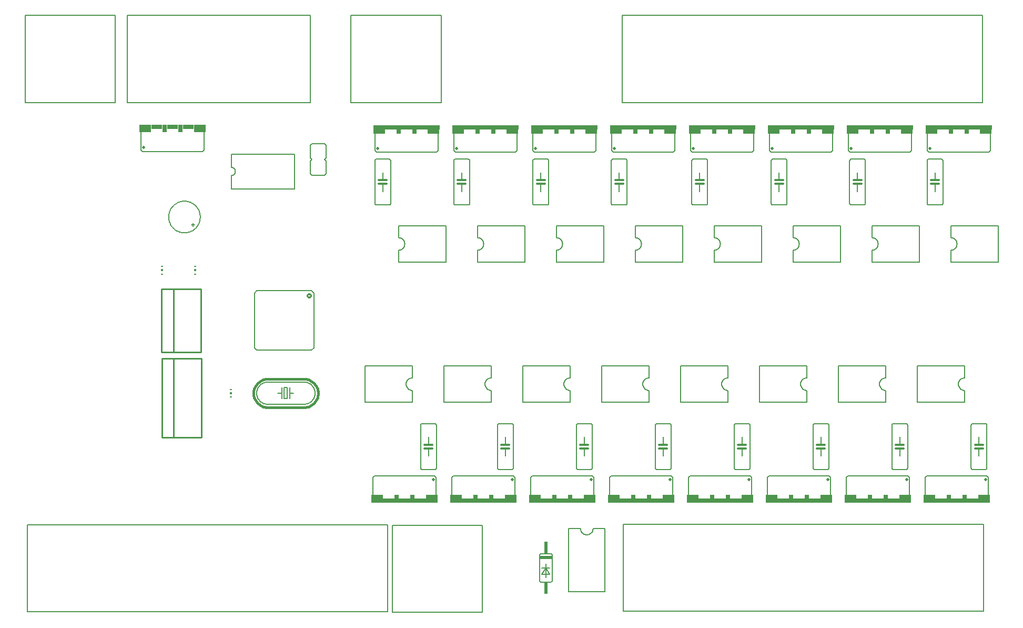
<source format=gto>
G75*
G70*
%OFA0B0*%
%FSLAX24Y24*%
%IPPOS*%
%LPD*%
%AMOC8*
5,1,8,0,0,1.08239X$1,22.5*
%
%ADD10C,0.0100*%
%ADD11C,0.0080*%
%ADD12C,0.0160*%
%ADD13C,0.0060*%
%ADD14R,0.0118X0.0059*%
%ADD15R,0.0118X0.0118*%
%ADD16R,0.0800X0.0200*%
%ADD17R,0.0200X0.0750*%
%ADD18C,0.0200*%
%ADD19R,0.4200X0.0250*%
%ADD20R,0.0750X0.0250*%
%ADD21R,0.0300X0.0250*%
%ADD22C,0.0120*%
%ADD23R,0.0750X0.0500*%
%ADD24R,0.0700X0.0300*%
%ADD25R,0.0300X0.0500*%
D10*
X009424Y012592D02*
X010174Y012592D01*
X010174Y017592D01*
X011924Y017592D01*
X011924Y012592D01*
X010174Y012592D01*
X009424Y012592D02*
X009424Y017592D01*
X010174Y017592D01*
X010154Y017989D02*
X010154Y021989D01*
X011904Y021989D01*
X011904Y017989D01*
X010154Y017989D01*
X009404Y017989D01*
X009404Y021989D01*
X010154Y021989D01*
X018639Y021579D02*
X018641Y021599D01*
X018646Y021619D01*
X018656Y021637D01*
X018668Y021654D01*
X018683Y021668D01*
X018701Y021678D01*
X018720Y021686D01*
X018740Y021690D01*
X018760Y021690D01*
X018780Y021686D01*
X018799Y021678D01*
X018817Y021668D01*
X018832Y021654D01*
X018844Y021637D01*
X018854Y021619D01*
X018859Y021599D01*
X018861Y021579D01*
X018859Y021559D01*
X018854Y021539D01*
X018844Y021521D01*
X018832Y021504D01*
X018817Y021490D01*
X018799Y021480D01*
X018780Y021472D01*
X018760Y021468D01*
X018740Y021468D01*
X018720Y021472D01*
X018701Y021480D01*
X018683Y021490D01*
X018668Y021504D01*
X018656Y021521D01*
X018646Y021539D01*
X018641Y021559D01*
X018639Y021579D01*
D11*
X011928Y001548D02*
X000909Y001548D01*
X000909Y007060D01*
X012027Y007060D01*
X012322Y007060D01*
X012027Y007060D02*
X023743Y007060D01*
X023743Y001548D01*
X011928Y001548D01*
X012322Y001548D01*
X024043Y001516D02*
X029751Y001516D01*
X029751Y007027D01*
X024043Y007027D01*
X024043Y001516D01*
X038663Y001581D02*
X049683Y001581D01*
X050076Y001581D01*
X049683Y001581D02*
X061497Y001581D01*
X061497Y007093D01*
X049781Y007093D01*
X038663Y007093D01*
X038663Y001581D01*
X049781Y007093D02*
X050076Y007093D01*
X019065Y018272D02*
X018907Y018114D01*
X015443Y018114D01*
X015285Y018272D01*
X015285Y021736D01*
X015443Y021894D01*
X018907Y021894D01*
X019065Y021736D01*
X019065Y018272D01*
X018839Y033810D02*
X007225Y033810D01*
X007225Y039322D01*
X018839Y039322D01*
X018839Y033810D01*
X021417Y033810D02*
X027126Y033810D01*
X027126Y039322D01*
X021417Y039322D01*
X021417Y033810D01*
X006461Y033810D02*
X000752Y033810D01*
X000752Y039322D01*
X006461Y039322D01*
X006461Y033810D01*
X038593Y033811D02*
X050310Y033811D01*
X061428Y033811D01*
X061428Y039322D01*
X050408Y039322D01*
X050014Y039322D01*
X050408Y039322D02*
X038593Y039322D01*
X038593Y033811D01*
X050014Y033811D02*
X050310Y033811D01*
D12*
X018433Y016296D02*
X016133Y016296D01*
X016074Y016294D01*
X016016Y016288D01*
X015957Y016279D01*
X015900Y016265D01*
X015844Y016248D01*
X015789Y016227D01*
X015735Y016203D01*
X015683Y016175D01*
X015633Y016144D01*
X015585Y016110D01*
X015540Y016073D01*
X015497Y016032D01*
X015456Y015989D01*
X015419Y015944D01*
X015385Y015896D01*
X015354Y015846D01*
X015326Y015794D01*
X015302Y015740D01*
X015281Y015685D01*
X015264Y015629D01*
X015250Y015572D01*
X015241Y015513D01*
X015235Y015455D01*
X015233Y015396D01*
X015235Y015337D01*
X015241Y015279D01*
X015250Y015220D01*
X015264Y015163D01*
X015281Y015107D01*
X015302Y015052D01*
X015326Y014998D01*
X015354Y014946D01*
X015385Y014896D01*
X015419Y014848D01*
X015456Y014803D01*
X015497Y014760D01*
X015540Y014719D01*
X015585Y014682D01*
X015633Y014648D01*
X015683Y014617D01*
X015735Y014589D01*
X015789Y014565D01*
X015844Y014544D01*
X015900Y014527D01*
X015957Y014513D01*
X016016Y014504D01*
X016074Y014498D01*
X016133Y014496D01*
X018433Y014496D01*
X018492Y014498D01*
X018550Y014504D01*
X018609Y014513D01*
X018666Y014527D01*
X018722Y014544D01*
X018777Y014565D01*
X018831Y014589D01*
X018883Y014617D01*
X018933Y014648D01*
X018981Y014682D01*
X019026Y014719D01*
X019069Y014760D01*
X019110Y014803D01*
X019147Y014848D01*
X019181Y014896D01*
X019212Y014946D01*
X019240Y014998D01*
X019264Y015052D01*
X019285Y015107D01*
X019302Y015163D01*
X019316Y015220D01*
X019325Y015279D01*
X019331Y015337D01*
X019333Y015396D01*
X019331Y015455D01*
X019325Y015513D01*
X019316Y015572D01*
X019302Y015629D01*
X019285Y015685D01*
X019264Y015740D01*
X019240Y015794D01*
X019212Y015846D01*
X019181Y015896D01*
X019147Y015944D01*
X019110Y015989D01*
X019069Y016032D01*
X019026Y016073D01*
X018981Y016110D01*
X018933Y016144D01*
X018883Y016175D01*
X018831Y016203D01*
X018777Y016227D01*
X018722Y016248D01*
X018666Y016265D01*
X018609Y016279D01*
X018550Y016288D01*
X018492Y016294D01*
X018433Y016296D01*
D13*
X018433Y016096D02*
X016133Y016096D01*
X017033Y015746D02*
X017033Y015396D01*
X016783Y015396D01*
X017033Y015396D02*
X017033Y015046D01*
X017183Y015046D02*
X017183Y015746D01*
X017383Y015746D01*
X017383Y015046D01*
X017183Y015046D01*
X017533Y015046D02*
X017533Y015396D01*
X017783Y015396D01*
X017533Y015396D02*
X017533Y015746D01*
X018433Y016096D02*
X018484Y016094D01*
X018535Y016089D01*
X018585Y016079D01*
X018635Y016066D01*
X018683Y016050D01*
X018730Y016030D01*
X018776Y016006D01*
X018819Y015980D01*
X018861Y015950D01*
X018900Y015917D01*
X018937Y015882D01*
X018971Y015844D01*
X019002Y015803D01*
X019031Y015761D01*
X019056Y015716D01*
X019077Y015670D01*
X019096Y015622D01*
X019110Y015573D01*
X019121Y015523D01*
X019129Y015473D01*
X019133Y015422D01*
X019133Y015370D01*
X019129Y015319D01*
X019121Y015269D01*
X019110Y015219D01*
X019096Y015170D01*
X019077Y015122D01*
X019056Y015076D01*
X019031Y015031D01*
X019002Y014989D01*
X018971Y014948D01*
X018937Y014910D01*
X018900Y014875D01*
X018861Y014842D01*
X018819Y014812D01*
X018776Y014786D01*
X018730Y014762D01*
X018683Y014742D01*
X018635Y014726D01*
X018585Y014713D01*
X018535Y014703D01*
X018484Y014698D01*
X018433Y014696D01*
X016133Y014696D01*
X016082Y014698D01*
X016031Y014703D01*
X015981Y014713D01*
X015931Y014726D01*
X015883Y014742D01*
X015836Y014762D01*
X015790Y014786D01*
X015747Y014812D01*
X015705Y014842D01*
X015666Y014875D01*
X015629Y014910D01*
X015595Y014948D01*
X015564Y014989D01*
X015535Y015031D01*
X015510Y015076D01*
X015489Y015122D01*
X015470Y015170D01*
X015456Y015219D01*
X015445Y015269D01*
X015437Y015319D01*
X015433Y015370D01*
X015433Y015422D01*
X015437Y015473D01*
X015445Y015523D01*
X015456Y015573D01*
X015470Y015622D01*
X015489Y015670D01*
X015510Y015716D01*
X015535Y015761D01*
X015564Y015803D01*
X015595Y015844D01*
X015629Y015882D01*
X015666Y015917D01*
X015705Y015950D01*
X015747Y015980D01*
X015790Y016006D01*
X015836Y016030D01*
X015883Y016050D01*
X015931Y016066D01*
X015981Y016079D01*
X016031Y016089D01*
X016082Y016094D01*
X016133Y016096D01*
X022305Y017119D02*
X022305Y014819D01*
X025305Y014819D01*
X025305Y015569D01*
X025266Y015571D01*
X025227Y015577D01*
X025189Y015586D01*
X025152Y015599D01*
X025116Y015616D01*
X025083Y015636D01*
X025051Y015660D01*
X025022Y015686D01*
X024996Y015715D01*
X024972Y015747D01*
X024952Y015780D01*
X024935Y015816D01*
X024922Y015853D01*
X024913Y015891D01*
X024907Y015930D01*
X024905Y015969D01*
X024907Y016008D01*
X024913Y016047D01*
X024922Y016085D01*
X024935Y016122D01*
X024952Y016158D01*
X024972Y016191D01*
X024996Y016223D01*
X025022Y016252D01*
X025051Y016278D01*
X025083Y016302D01*
X025116Y016322D01*
X025152Y016339D01*
X025189Y016352D01*
X025227Y016361D01*
X025266Y016367D01*
X025305Y016369D01*
X025305Y017119D01*
X022305Y017119D01*
X027305Y017119D02*
X027305Y014819D01*
X030305Y014819D01*
X030305Y015569D01*
X030266Y015571D01*
X030227Y015577D01*
X030189Y015586D01*
X030152Y015599D01*
X030116Y015616D01*
X030083Y015636D01*
X030051Y015660D01*
X030022Y015686D01*
X029996Y015715D01*
X029972Y015747D01*
X029952Y015780D01*
X029935Y015816D01*
X029922Y015853D01*
X029913Y015891D01*
X029907Y015930D01*
X029905Y015969D01*
X029907Y016008D01*
X029913Y016047D01*
X029922Y016085D01*
X029935Y016122D01*
X029952Y016158D01*
X029972Y016191D01*
X029996Y016223D01*
X030022Y016252D01*
X030051Y016278D01*
X030083Y016302D01*
X030116Y016322D01*
X030152Y016339D01*
X030189Y016352D01*
X030227Y016361D01*
X030266Y016367D01*
X030305Y016369D01*
X030305Y017119D01*
X027305Y017119D01*
X032305Y017119D02*
X032305Y014819D01*
X035305Y014819D01*
X035305Y015569D01*
X035266Y015571D01*
X035227Y015577D01*
X035189Y015586D01*
X035152Y015599D01*
X035116Y015616D01*
X035083Y015636D01*
X035051Y015660D01*
X035022Y015686D01*
X034996Y015715D01*
X034972Y015747D01*
X034952Y015780D01*
X034935Y015816D01*
X034922Y015853D01*
X034913Y015891D01*
X034907Y015930D01*
X034905Y015969D01*
X034907Y016008D01*
X034913Y016047D01*
X034922Y016085D01*
X034935Y016122D01*
X034952Y016158D01*
X034972Y016191D01*
X034996Y016223D01*
X035022Y016252D01*
X035051Y016278D01*
X035083Y016302D01*
X035116Y016322D01*
X035152Y016339D01*
X035189Y016352D01*
X035227Y016361D01*
X035266Y016367D01*
X035305Y016369D01*
X035305Y017119D01*
X032305Y017119D01*
X037305Y017119D02*
X037305Y014819D01*
X040305Y014819D01*
X040305Y015569D01*
X040266Y015571D01*
X040227Y015577D01*
X040189Y015586D01*
X040152Y015599D01*
X040116Y015616D01*
X040083Y015636D01*
X040051Y015660D01*
X040022Y015686D01*
X039996Y015715D01*
X039972Y015747D01*
X039952Y015780D01*
X039935Y015816D01*
X039922Y015853D01*
X039913Y015891D01*
X039907Y015930D01*
X039905Y015969D01*
X039907Y016008D01*
X039913Y016047D01*
X039922Y016085D01*
X039935Y016122D01*
X039952Y016158D01*
X039972Y016191D01*
X039996Y016223D01*
X040022Y016252D01*
X040051Y016278D01*
X040083Y016302D01*
X040116Y016322D01*
X040152Y016339D01*
X040189Y016352D01*
X040227Y016361D01*
X040266Y016367D01*
X040305Y016369D01*
X040305Y017119D01*
X037305Y017119D01*
X042305Y017119D02*
X042305Y014819D01*
X045305Y014819D01*
X045305Y015569D01*
X045266Y015571D01*
X045227Y015577D01*
X045189Y015586D01*
X045152Y015599D01*
X045116Y015616D01*
X045083Y015636D01*
X045051Y015660D01*
X045022Y015686D01*
X044996Y015715D01*
X044972Y015747D01*
X044952Y015780D01*
X044935Y015816D01*
X044922Y015853D01*
X044913Y015891D01*
X044907Y015930D01*
X044905Y015969D01*
X044907Y016008D01*
X044913Y016047D01*
X044922Y016085D01*
X044935Y016122D01*
X044952Y016158D01*
X044972Y016191D01*
X044996Y016223D01*
X045022Y016252D01*
X045051Y016278D01*
X045083Y016302D01*
X045116Y016322D01*
X045152Y016339D01*
X045189Y016352D01*
X045227Y016361D01*
X045266Y016367D01*
X045305Y016369D01*
X045305Y017119D01*
X042305Y017119D01*
X047305Y017119D02*
X047305Y014819D01*
X050305Y014819D01*
X050305Y015569D01*
X050266Y015571D01*
X050227Y015577D01*
X050189Y015586D01*
X050152Y015599D01*
X050116Y015616D01*
X050083Y015636D01*
X050051Y015660D01*
X050022Y015686D01*
X049996Y015715D01*
X049972Y015747D01*
X049952Y015780D01*
X049935Y015816D01*
X049922Y015853D01*
X049913Y015891D01*
X049907Y015930D01*
X049905Y015969D01*
X049907Y016008D01*
X049913Y016047D01*
X049922Y016085D01*
X049935Y016122D01*
X049952Y016158D01*
X049972Y016191D01*
X049996Y016223D01*
X050022Y016252D01*
X050051Y016278D01*
X050083Y016302D01*
X050116Y016322D01*
X050152Y016339D01*
X050189Y016352D01*
X050227Y016361D01*
X050266Y016367D01*
X050305Y016369D01*
X050305Y017119D01*
X047305Y017119D01*
X052305Y017119D02*
X052305Y014819D01*
X055305Y014819D01*
X055305Y015569D01*
X055266Y015571D01*
X055227Y015577D01*
X055189Y015586D01*
X055152Y015599D01*
X055116Y015616D01*
X055083Y015636D01*
X055051Y015660D01*
X055022Y015686D01*
X054996Y015715D01*
X054972Y015747D01*
X054952Y015780D01*
X054935Y015816D01*
X054922Y015853D01*
X054913Y015891D01*
X054907Y015930D01*
X054905Y015969D01*
X054907Y016008D01*
X054913Y016047D01*
X054922Y016085D01*
X054935Y016122D01*
X054952Y016158D01*
X054972Y016191D01*
X054996Y016223D01*
X055022Y016252D01*
X055051Y016278D01*
X055083Y016302D01*
X055116Y016322D01*
X055152Y016339D01*
X055189Y016352D01*
X055227Y016361D01*
X055266Y016367D01*
X055305Y016369D01*
X055305Y017119D01*
X052305Y017119D01*
X057305Y017119D02*
X057305Y014819D01*
X060305Y014819D01*
X060305Y015569D01*
X060266Y015571D01*
X060227Y015577D01*
X060189Y015586D01*
X060152Y015599D01*
X060116Y015616D01*
X060083Y015636D01*
X060051Y015660D01*
X060022Y015686D01*
X059996Y015715D01*
X059972Y015747D01*
X059952Y015780D01*
X059935Y015816D01*
X059922Y015853D01*
X059913Y015891D01*
X059907Y015930D01*
X059905Y015969D01*
X059907Y016008D01*
X059913Y016047D01*
X059922Y016085D01*
X059935Y016122D01*
X059952Y016158D01*
X059972Y016191D01*
X059996Y016223D01*
X060022Y016252D01*
X060051Y016278D01*
X060083Y016302D01*
X060116Y016322D01*
X060152Y016339D01*
X060189Y016352D01*
X060227Y016361D01*
X060266Y016367D01*
X060305Y016369D01*
X060305Y017119D01*
X057305Y017119D01*
X056590Y013469D02*
X055790Y013469D01*
X055773Y013467D01*
X055756Y013463D01*
X055740Y013456D01*
X055726Y013446D01*
X055713Y013433D01*
X055703Y013419D01*
X055696Y013403D01*
X055692Y013386D01*
X055690Y013369D01*
X055690Y010669D01*
X055692Y010652D01*
X055696Y010635D01*
X055703Y010619D01*
X055713Y010605D01*
X055726Y010592D01*
X055740Y010582D01*
X055756Y010575D01*
X055773Y010571D01*
X055790Y010569D01*
X056590Y010569D01*
X056607Y010571D01*
X056624Y010575D01*
X056640Y010582D01*
X056654Y010592D01*
X056667Y010605D01*
X056677Y010619D01*
X056684Y010635D01*
X056688Y010652D01*
X056690Y010669D01*
X056690Y013369D01*
X056688Y013386D01*
X056684Y013403D01*
X056677Y013419D01*
X056667Y013433D01*
X056654Y013446D01*
X056640Y013456D01*
X056624Y013463D01*
X056607Y013467D01*
X056590Y013469D01*
X056190Y012619D02*
X056190Y012139D01*
X056190Y011889D02*
X056190Y011419D01*
X056705Y010169D02*
X056805Y010069D01*
X056805Y008919D01*
X057805Y008919D02*
X057805Y010069D01*
X057905Y010169D01*
X061705Y010169D01*
X061805Y010069D01*
X061805Y008919D01*
X061616Y010569D02*
X060816Y010569D01*
X060799Y010571D01*
X060782Y010575D01*
X060766Y010582D01*
X060752Y010592D01*
X060739Y010605D01*
X060729Y010619D01*
X060722Y010635D01*
X060718Y010652D01*
X060716Y010669D01*
X060716Y013369D01*
X060718Y013386D01*
X060722Y013403D01*
X060729Y013419D01*
X060739Y013433D01*
X060752Y013446D01*
X060766Y013456D01*
X060782Y013463D01*
X060799Y013467D01*
X060816Y013469D01*
X061616Y013469D01*
X061633Y013467D01*
X061650Y013463D01*
X061666Y013456D01*
X061680Y013446D01*
X061693Y013433D01*
X061703Y013419D01*
X061710Y013403D01*
X061714Y013386D01*
X061716Y013369D01*
X061716Y010669D01*
X061714Y010652D01*
X061710Y010635D01*
X061703Y010619D01*
X061693Y010605D01*
X061680Y010592D01*
X061666Y010582D01*
X061650Y010575D01*
X061633Y010571D01*
X061616Y010569D01*
X061216Y011419D02*
X061216Y011889D01*
X061216Y012139D02*
X061216Y012619D01*
X056705Y010169D02*
X052905Y010169D01*
X052805Y010069D01*
X052805Y008919D01*
X051805Y008919D02*
X051805Y010069D01*
X051705Y010169D01*
X047905Y010169D01*
X047805Y010069D01*
X047805Y008919D01*
X046805Y008919D02*
X046805Y010069D01*
X046705Y010169D01*
X042905Y010169D01*
X042805Y010069D01*
X042805Y008919D01*
X041805Y008919D02*
X041805Y010069D01*
X041705Y010169D01*
X037905Y010169D01*
X037805Y010069D01*
X037805Y008919D01*
X036805Y008919D02*
X036805Y010069D01*
X036705Y010169D01*
X032905Y010169D01*
X032805Y010069D01*
X032805Y008919D01*
X031805Y008919D02*
X031805Y010069D01*
X031705Y010169D01*
X027905Y010169D01*
X027805Y010069D01*
X027805Y008919D01*
X026805Y008919D02*
X026805Y010069D01*
X026705Y010169D01*
X022905Y010169D01*
X022805Y010069D01*
X022805Y008919D01*
X025822Y010669D02*
X025822Y013369D01*
X025824Y013386D01*
X025828Y013403D01*
X025835Y013419D01*
X025845Y013433D01*
X025858Y013446D01*
X025872Y013456D01*
X025888Y013463D01*
X025905Y013467D01*
X025922Y013469D01*
X026722Y013469D01*
X026739Y013467D01*
X026756Y013463D01*
X026772Y013456D01*
X026786Y013446D01*
X026799Y013433D01*
X026809Y013419D01*
X026816Y013403D01*
X026820Y013386D01*
X026822Y013369D01*
X026822Y010669D01*
X026820Y010652D01*
X026816Y010635D01*
X026809Y010619D01*
X026799Y010605D01*
X026786Y010592D01*
X026772Y010582D01*
X026756Y010575D01*
X026739Y010571D01*
X026722Y010569D01*
X025922Y010569D01*
X025905Y010571D01*
X025888Y010575D01*
X025872Y010582D01*
X025858Y010592D01*
X025845Y010605D01*
X025835Y010619D01*
X025828Y010635D01*
X025824Y010652D01*
X025822Y010669D01*
X026322Y011419D02*
X026322Y011889D01*
X026322Y012139D02*
X026322Y012619D01*
X030698Y013369D02*
X030698Y010669D01*
X030700Y010652D01*
X030704Y010635D01*
X030711Y010619D01*
X030721Y010605D01*
X030734Y010592D01*
X030748Y010582D01*
X030764Y010575D01*
X030781Y010571D01*
X030798Y010569D01*
X031598Y010569D01*
X031615Y010571D01*
X031632Y010575D01*
X031648Y010582D01*
X031662Y010592D01*
X031675Y010605D01*
X031685Y010619D01*
X031692Y010635D01*
X031696Y010652D01*
X031698Y010669D01*
X031698Y013369D01*
X031696Y013386D01*
X031692Y013403D01*
X031685Y013419D01*
X031675Y013433D01*
X031662Y013446D01*
X031648Y013456D01*
X031632Y013463D01*
X031615Y013467D01*
X031598Y013469D01*
X030798Y013469D01*
X030781Y013467D01*
X030764Y013463D01*
X030748Y013456D01*
X030734Y013446D01*
X030721Y013433D01*
X030711Y013419D01*
X030704Y013403D01*
X030700Y013386D01*
X030698Y013369D01*
X031198Y012619D02*
X031198Y012139D01*
X031198Y011889D02*
X031198Y011419D01*
X035701Y010669D02*
X035701Y013369D01*
X035703Y013386D01*
X035707Y013403D01*
X035714Y013419D01*
X035724Y013433D01*
X035737Y013446D01*
X035751Y013456D01*
X035767Y013463D01*
X035784Y013467D01*
X035801Y013469D01*
X036601Y013469D01*
X036618Y013467D01*
X036635Y013463D01*
X036651Y013456D01*
X036665Y013446D01*
X036678Y013433D01*
X036688Y013419D01*
X036695Y013403D01*
X036699Y013386D01*
X036701Y013369D01*
X036701Y010669D01*
X036699Y010652D01*
X036695Y010635D01*
X036688Y010619D01*
X036678Y010605D01*
X036665Y010592D01*
X036651Y010582D01*
X036635Y010575D01*
X036618Y010571D01*
X036601Y010569D01*
X035801Y010569D01*
X035784Y010571D01*
X035767Y010575D01*
X035751Y010582D01*
X035737Y010592D01*
X035724Y010605D01*
X035714Y010619D01*
X035707Y010635D01*
X035703Y010652D01*
X035701Y010669D01*
X036201Y011419D02*
X036201Y011889D01*
X036201Y012139D02*
X036201Y012619D01*
X040696Y013369D02*
X040696Y010669D01*
X040698Y010652D01*
X040702Y010635D01*
X040709Y010619D01*
X040719Y010605D01*
X040732Y010592D01*
X040746Y010582D01*
X040762Y010575D01*
X040779Y010571D01*
X040796Y010569D01*
X041596Y010569D01*
X041613Y010571D01*
X041630Y010575D01*
X041646Y010582D01*
X041660Y010592D01*
X041673Y010605D01*
X041683Y010619D01*
X041690Y010635D01*
X041694Y010652D01*
X041696Y010669D01*
X041696Y013369D01*
X041694Y013386D01*
X041690Y013403D01*
X041683Y013419D01*
X041673Y013433D01*
X041660Y013446D01*
X041646Y013456D01*
X041630Y013463D01*
X041613Y013467D01*
X041596Y013469D01*
X040796Y013469D01*
X040779Y013467D01*
X040762Y013463D01*
X040746Y013456D01*
X040732Y013446D01*
X040719Y013433D01*
X040709Y013419D01*
X040702Y013403D01*
X040698Y013386D01*
X040696Y013369D01*
X041196Y012619D02*
X041196Y012139D01*
X041196Y011889D02*
X041196Y011419D01*
X045700Y010669D02*
X045700Y013369D01*
X045702Y013386D01*
X045706Y013403D01*
X045713Y013419D01*
X045723Y013433D01*
X045736Y013446D01*
X045750Y013456D01*
X045766Y013463D01*
X045783Y013467D01*
X045800Y013469D01*
X046600Y013469D01*
X046617Y013467D01*
X046634Y013463D01*
X046650Y013456D01*
X046664Y013446D01*
X046677Y013433D01*
X046687Y013419D01*
X046694Y013403D01*
X046698Y013386D01*
X046700Y013369D01*
X046700Y010669D01*
X046698Y010652D01*
X046694Y010635D01*
X046687Y010619D01*
X046677Y010605D01*
X046664Y010592D01*
X046650Y010582D01*
X046634Y010575D01*
X046617Y010571D01*
X046600Y010569D01*
X045800Y010569D01*
X045783Y010571D01*
X045766Y010575D01*
X045750Y010582D01*
X045736Y010592D01*
X045723Y010605D01*
X045713Y010619D01*
X045706Y010635D01*
X045702Y010652D01*
X045700Y010669D01*
X046200Y011419D02*
X046200Y011889D01*
X046200Y012139D02*
X046200Y012619D01*
X050697Y013369D02*
X050697Y010669D01*
X050699Y010652D01*
X050703Y010635D01*
X050710Y010619D01*
X050720Y010605D01*
X050733Y010592D01*
X050747Y010582D01*
X050763Y010575D01*
X050780Y010571D01*
X050797Y010569D01*
X051597Y010569D01*
X051614Y010571D01*
X051631Y010575D01*
X051647Y010582D01*
X051661Y010592D01*
X051674Y010605D01*
X051684Y010619D01*
X051691Y010635D01*
X051695Y010652D01*
X051697Y010669D01*
X051697Y013369D01*
X051695Y013386D01*
X051691Y013403D01*
X051684Y013419D01*
X051674Y013433D01*
X051661Y013446D01*
X051647Y013456D01*
X051631Y013463D01*
X051614Y013467D01*
X051597Y013469D01*
X050797Y013469D01*
X050780Y013467D01*
X050763Y013463D01*
X050747Y013456D01*
X050733Y013446D01*
X050720Y013433D01*
X050710Y013419D01*
X050703Y013403D01*
X050699Y013386D01*
X050697Y013369D01*
X051197Y012619D02*
X051197Y012139D01*
X051197Y011889D02*
X051197Y011419D01*
X037506Y006831D02*
X037506Y002831D01*
X035206Y002831D01*
X035206Y006831D01*
X035956Y006831D01*
X035958Y006792D01*
X035964Y006753D01*
X035973Y006715D01*
X035986Y006678D01*
X036003Y006642D01*
X036023Y006609D01*
X036047Y006577D01*
X036073Y006548D01*
X036102Y006522D01*
X036134Y006498D01*
X036167Y006478D01*
X036203Y006461D01*
X036240Y006448D01*
X036278Y006439D01*
X036317Y006433D01*
X036356Y006431D01*
X036395Y006433D01*
X036434Y006439D01*
X036472Y006448D01*
X036509Y006461D01*
X036545Y006478D01*
X036578Y006498D01*
X036610Y006522D01*
X036639Y006548D01*
X036665Y006577D01*
X036689Y006609D01*
X036709Y006642D01*
X036726Y006678D01*
X036739Y006715D01*
X036748Y006753D01*
X036754Y006792D01*
X036756Y006831D01*
X037506Y006831D01*
X034166Y005141D02*
X034166Y003541D01*
X034164Y003524D01*
X034160Y003507D01*
X034153Y003491D01*
X034143Y003477D01*
X034130Y003464D01*
X034116Y003454D01*
X034100Y003447D01*
X034083Y003443D01*
X034066Y003441D01*
X033466Y003441D01*
X033449Y003443D01*
X033432Y003447D01*
X033416Y003454D01*
X033402Y003464D01*
X033389Y003477D01*
X033379Y003491D01*
X033372Y003507D01*
X033368Y003524D01*
X033366Y003541D01*
X033366Y005141D01*
X033368Y005158D01*
X033372Y005175D01*
X033379Y005191D01*
X033389Y005205D01*
X033402Y005218D01*
X033416Y005228D01*
X033432Y005235D01*
X033449Y005239D01*
X033466Y005241D01*
X034066Y005241D01*
X034083Y005239D01*
X034100Y005235D01*
X034116Y005228D01*
X034130Y005218D01*
X034143Y005205D01*
X034153Y005191D01*
X034160Y005175D01*
X034164Y005158D01*
X034166Y005141D01*
X033766Y004591D02*
X033766Y004341D01*
X033516Y004341D01*
X033766Y004341D02*
X033516Y003941D01*
X034016Y003941D01*
X033766Y004341D01*
X034016Y004341D01*
X033766Y004341D02*
X033766Y003741D01*
X034420Y023697D02*
X034420Y024447D01*
X034459Y024449D01*
X034498Y024455D01*
X034536Y024464D01*
X034573Y024477D01*
X034609Y024494D01*
X034642Y024514D01*
X034674Y024538D01*
X034703Y024564D01*
X034729Y024593D01*
X034753Y024625D01*
X034773Y024658D01*
X034790Y024694D01*
X034803Y024731D01*
X034812Y024769D01*
X034818Y024808D01*
X034820Y024847D01*
X034818Y024886D01*
X034812Y024925D01*
X034803Y024963D01*
X034790Y025000D01*
X034773Y025036D01*
X034753Y025069D01*
X034729Y025101D01*
X034703Y025130D01*
X034674Y025156D01*
X034642Y025180D01*
X034609Y025200D01*
X034573Y025217D01*
X034536Y025230D01*
X034498Y025239D01*
X034459Y025245D01*
X034420Y025247D01*
X034420Y025997D01*
X037420Y025997D01*
X037420Y023697D01*
X034420Y023697D01*
X032420Y023697D02*
X032420Y025997D01*
X029420Y025997D01*
X029420Y025247D01*
X029459Y025245D01*
X029498Y025239D01*
X029536Y025230D01*
X029573Y025217D01*
X029609Y025200D01*
X029642Y025180D01*
X029674Y025156D01*
X029703Y025130D01*
X029729Y025101D01*
X029753Y025069D01*
X029773Y025036D01*
X029790Y025000D01*
X029803Y024963D01*
X029812Y024925D01*
X029818Y024886D01*
X029820Y024847D01*
X029818Y024808D01*
X029812Y024769D01*
X029803Y024731D01*
X029790Y024694D01*
X029773Y024658D01*
X029753Y024625D01*
X029729Y024593D01*
X029703Y024564D01*
X029674Y024538D01*
X029642Y024514D01*
X029609Y024494D01*
X029573Y024477D01*
X029536Y024464D01*
X029498Y024455D01*
X029459Y024449D01*
X029420Y024447D01*
X029420Y023697D01*
X032420Y023697D01*
X027420Y023697D02*
X027420Y025997D01*
X024420Y025997D01*
X024420Y025247D01*
X024459Y025245D01*
X024498Y025239D01*
X024536Y025230D01*
X024573Y025217D01*
X024609Y025200D01*
X024642Y025180D01*
X024674Y025156D01*
X024703Y025130D01*
X024729Y025101D01*
X024753Y025069D01*
X024773Y025036D01*
X024790Y025000D01*
X024803Y024963D01*
X024812Y024925D01*
X024818Y024886D01*
X024820Y024847D01*
X024818Y024808D01*
X024812Y024769D01*
X024803Y024731D01*
X024790Y024694D01*
X024773Y024658D01*
X024753Y024625D01*
X024729Y024593D01*
X024703Y024564D01*
X024674Y024538D01*
X024642Y024514D01*
X024609Y024494D01*
X024573Y024477D01*
X024536Y024464D01*
X024498Y024455D01*
X024459Y024449D01*
X024420Y024447D01*
X024420Y023697D01*
X027420Y023697D01*
X028034Y027318D02*
X028834Y027318D01*
X028851Y027320D01*
X028868Y027324D01*
X028884Y027331D01*
X028898Y027341D01*
X028911Y027354D01*
X028921Y027368D01*
X028928Y027384D01*
X028932Y027401D01*
X028934Y027418D01*
X028934Y030118D01*
X028932Y030135D01*
X028928Y030152D01*
X028921Y030168D01*
X028911Y030182D01*
X028898Y030195D01*
X028884Y030205D01*
X028868Y030212D01*
X028851Y030216D01*
X028834Y030218D01*
X028034Y030218D01*
X028017Y030216D01*
X028000Y030212D01*
X027984Y030205D01*
X027970Y030195D01*
X027957Y030182D01*
X027947Y030168D01*
X027940Y030152D01*
X027936Y030135D01*
X027934Y030118D01*
X027934Y027418D01*
X027936Y027401D01*
X027940Y027384D01*
X027947Y027368D01*
X027957Y027354D01*
X027970Y027341D01*
X027984Y027331D01*
X028000Y027324D01*
X028017Y027320D01*
X028034Y027318D01*
X028434Y028168D02*
X028434Y028648D01*
X028434Y028898D02*
X028434Y029368D01*
X028020Y030647D02*
X027920Y030747D01*
X027920Y031897D01*
X026920Y031897D02*
X026920Y030747D01*
X026820Y030647D01*
X023020Y030647D01*
X022920Y030747D01*
X022920Y031897D01*
X023023Y030218D02*
X023823Y030218D01*
X023840Y030216D01*
X023857Y030212D01*
X023873Y030205D01*
X023887Y030195D01*
X023900Y030182D01*
X023910Y030168D01*
X023917Y030152D01*
X023921Y030135D01*
X023923Y030118D01*
X023923Y027418D01*
X023921Y027401D01*
X023917Y027384D01*
X023910Y027368D01*
X023900Y027354D01*
X023887Y027341D01*
X023873Y027331D01*
X023857Y027324D01*
X023840Y027320D01*
X023823Y027318D01*
X023023Y027318D01*
X023006Y027320D01*
X022989Y027324D01*
X022973Y027331D01*
X022959Y027341D01*
X022946Y027354D01*
X022936Y027368D01*
X022929Y027384D01*
X022925Y027401D01*
X022923Y027418D01*
X022923Y030118D01*
X022925Y030135D01*
X022929Y030152D01*
X022936Y030168D01*
X022946Y030182D01*
X022959Y030195D01*
X022973Y030205D01*
X022989Y030212D01*
X023006Y030216D01*
X023023Y030218D01*
X023423Y029368D02*
X023423Y028898D01*
X023423Y028648D02*
X023423Y028168D01*
X019834Y029293D02*
X019834Y030093D01*
X019734Y030193D01*
X019834Y030293D01*
X019834Y031093D01*
X019734Y031193D01*
X018934Y031193D01*
X018834Y031093D01*
X018834Y030293D01*
X018934Y030193D01*
X018834Y030093D01*
X018834Y029293D01*
X018934Y029193D01*
X019734Y029193D01*
X019834Y029293D01*
X017834Y028343D02*
X017834Y030543D01*
X013834Y030543D01*
X013834Y029693D01*
X013864Y029691D01*
X013894Y029686D01*
X013923Y029677D01*
X013950Y029664D01*
X013976Y029649D01*
X014000Y029630D01*
X014021Y029609D01*
X014040Y029585D01*
X014055Y029559D01*
X014068Y029532D01*
X014077Y029503D01*
X014082Y029473D01*
X014084Y029443D01*
X014082Y029413D01*
X014077Y029383D01*
X014068Y029354D01*
X014055Y029327D01*
X014040Y029301D01*
X014021Y029277D01*
X014000Y029256D01*
X013976Y029237D01*
X013950Y029222D01*
X013923Y029209D01*
X013894Y029200D01*
X013864Y029195D01*
X013834Y029193D01*
X013834Y028343D01*
X017834Y028343D01*
X012095Y030807D02*
X012095Y031957D01*
X012095Y030807D02*
X011995Y030707D01*
X008195Y030707D01*
X008095Y030807D01*
X008095Y031957D01*
X009858Y026554D02*
X009860Y026617D01*
X009866Y026679D01*
X009876Y026741D01*
X009889Y026803D01*
X009907Y026863D01*
X009928Y026922D01*
X009953Y026980D01*
X009982Y027036D01*
X010014Y027090D01*
X010049Y027142D01*
X010087Y027191D01*
X010129Y027239D01*
X010173Y027283D01*
X010221Y027325D01*
X010270Y027363D01*
X010322Y027398D01*
X010376Y027430D01*
X010432Y027459D01*
X010490Y027484D01*
X010549Y027505D01*
X010609Y027523D01*
X010671Y027536D01*
X010733Y027546D01*
X010795Y027552D01*
X010858Y027554D01*
X010921Y027552D01*
X010983Y027546D01*
X011045Y027536D01*
X011107Y027523D01*
X011167Y027505D01*
X011226Y027484D01*
X011284Y027459D01*
X011340Y027430D01*
X011394Y027398D01*
X011446Y027363D01*
X011495Y027325D01*
X011543Y027283D01*
X011587Y027239D01*
X011629Y027191D01*
X011667Y027142D01*
X011702Y027090D01*
X011734Y027036D01*
X011763Y026980D01*
X011788Y026922D01*
X011809Y026863D01*
X011827Y026803D01*
X011840Y026741D01*
X011850Y026679D01*
X011856Y026617D01*
X011858Y026554D01*
X011856Y026491D01*
X011850Y026429D01*
X011840Y026367D01*
X011827Y026305D01*
X011809Y026245D01*
X011788Y026186D01*
X011763Y026128D01*
X011734Y026072D01*
X011702Y026018D01*
X011667Y025966D01*
X011629Y025917D01*
X011587Y025869D01*
X011543Y025825D01*
X011495Y025783D01*
X011446Y025745D01*
X011394Y025710D01*
X011340Y025678D01*
X011284Y025649D01*
X011226Y025624D01*
X011167Y025603D01*
X011107Y025585D01*
X011045Y025572D01*
X010983Y025562D01*
X010921Y025556D01*
X010858Y025554D01*
X010795Y025556D01*
X010733Y025562D01*
X010671Y025572D01*
X010609Y025585D01*
X010549Y025603D01*
X010490Y025624D01*
X010432Y025649D01*
X010376Y025678D01*
X010322Y025710D01*
X010270Y025745D01*
X010221Y025783D01*
X010173Y025825D01*
X010129Y025869D01*
X010087Y025917D01*
X010049Y025966D01*
X010014Y026018D01*
X009982Y026072D01*
X009953Y026128D01*
X009928Y026186D01*
X009907Y026245D01*
X009889Y026305D01*
X009876Y026367D01*
X009866Y026429D01*
X009860Y026491D01*
X009858Y026554D01*
X011308Y026054D02*
X011408Y026054D01*
X011408Y025954D01*
X011408Y026054D02*
X011408Y026154D01*
X011408Y026054D02*
X011508Y026054D01*
X028020Y030647D02*
X031820Y030647D01*
X031920Y030747D01*
X031920Y031897D01*
X032920Y031897D02*
X032920Y030747D01*
X033020Y030647D01*
X036820Y030647D01*
X036920Y030747D01*
X036920Y031897D01*
X037920Y031897D02*
X037920Y030747D01*
X038020Y030647D01*
X041820Y030647D01*
X041920Y030747D01*
X041920Y031897D01*
X042920Y031897D02*
X042920Y030747D01*
X043020Y030647D01*
X046820Y030647D01*
X046920Y030747D01*
X046920Y031897D01*
X047920Y031897D02*
X047920Y030747D01*
X048020Y030647D01*
X051820Y030647D01*
X051920Y030747D01*
X051920Y031897D01*
X052920Y031897D02*
X052920Y030747D01*
X053020Y030647D01*
X056820Y030647D01*
X056920Y030747D01*
X056920Y031897D01*
X057920Y031897D02*
X057920Y030747D01*
X058020Y030647D01*
X061820Y030647D01*
X061920Y030747D01*
X061920Y031897D01*
X058922Y030118D02*
X058922Y027418D01*
X058920Y027401D01*
X058916Y027384D01*
X058909Y027368D01*
X058899Y027354D01*
X058886Y027341D01*
X058872Y027331D01*
X058856Y027324D01*
X058839Y027320D01*
X058822Y027318D01*
X058022Y027318D01*
X058005Y027320D01*
X057988Y027324D01*
X057972Y027331D01*
X057958Y027341D01*
X057945Y027354D01*
X057935Y027368D01*
X057928Y027384D01*
X057924Y027401D01*
X057922Y027418D01*
X057922Y030118D01*
X057924Y030135D01*
X057928Y030152D01*
X057935Y030168D01*
X057945Y030182D01*
X057958Y030195D01*
X057972Y030205D01*
X057988Y030212D01*
X058005Y030216D01*
X058022Y030218D01*
X058822Y030218D01*
X058839Y030216D01*
X058856Y030212D01*
X058872Y030205D01*
X058886Y030195D01*
X058899Y030182D01*
X058909Y030168D01*
X058916Y030152D01*
X058920Y030135D01*
X058922Y030118D01*
X058422Y029368D02*
X058422Y028898D01*
X058422Y028648D02*
X058422Y028168D01*
X059420Y025997D02*
X059420Y025247D01*
X059459Y025245D01*
X059498Y025239D01*
X059536Y025230D01*
X059573Y025217D01*
X059609Y025200D01*
X059642Y025180D01*
X059674Y025156D01*
X059703Y025130D01*
X059729Y025101D01*
X059753Y025069D01*
X059773Y025036D01*
X059790Y025000D01*
X059803Y024963D01*
X059812Y024925D01*
X059818Y024886D01*
X059820Y024847D01*
X059818Y024808D01*
X059812Y024769D01*
X059803Y024731D01*
X059790Y024694D01*
X059773Y024658D01*
X059753Y024625D01*
X059729Y024593D01*
X059703Y024564D01*
X059674Y024538D01*
X059642Y024514D01*
X059609Y024494D01*
X059573Y024477D01*
X059536Y024464D01*
X059498Y024455D01*
X059459Y024449D01*
X059420Y024447D01*
X059420Y023697D01*
X062420Y023697D01*
X062420Y025997D01*
X059420Y025997D01*
X057420Y025997D02*
X057420Y023697D01*
X054420Y023697D01*
X054420Y024447D01*
X054459Y024449D01*
X054498Y024455D01*
X054536Y024464D01*
X054573Y024477D01*
X054609Y024494D01*
X054642Y024514D01*
X054674Y024538D01*
X054703Y024564D01*
X054729Y024593D01*
X054753Y024625D01*
X054773Y024658D01*
X054790Y024694D01*
X054803Y024731D01*
X054812Y024769D01*
X054818Y024808D01*
X054820Y024847D01*
X054818Y024886D01*
X054812Y024925D01*
X054803Y024963D01*
X054790Y025000D01*
X054773Y025036D01*
X054753Y025069D01*
X054729Y025101D01*
X054703Y025130D01*
X054674Y025156D01*
X054642Y025180D01*
X054609Y025200D01*
X054573Y025217D01*
X054536Y025230D01*
X054498Y025239D01*
X054459Y025245D01*
X054420Y025247D01*
X054420Y025997D01*
X057420Y025997D01*
X054018Y027418D02*
X054018Y030118D01*
X054016Y030135D01*
X054012Y030152D01*
X054005Y030168D01*
X053995Y030182D01*
X053982Y030195D01*
X053968Y030205D01*
X053952Y030212D01*
X053935Y030216D01*
X053918Y030218D01*
X053118Y030218D01*
X053101Y030216D01*
X053084Y030212D01*
X053068Y030205D01*
X053054Y030195D01*
X053041Y030182D01*
X053031Y030168D01*
X053024Y030152D01*
X053020Y030135D01*
X053018Y030118D01*
X053018Y027418D01*
X053020Y027401D01*
X053024Y027384D01*
X053031Y027368D01*
X053041Y027354D01*
X053054Y027341D01*
X053068Y027331D01*
X053084Y027324D01*
X053101Y027320D01*
X053118Y027318D01*
X053918Y027318D01*
X053935Y027320D01*
X053952Y027324D01*
X053968Y027331D01*
X053982Y027341D01*
X053995Y027354D01*
X054005Y027368D01*
X054012Y027384D01*
X054016Y027401D01*
X054018Y027418D01*
X053518Y028168D02*
X053518Y028648D01*
X053518Y028898D02*
X053518Y029368D01*
X049040Y030118D02*
X049040Y027418D01*
X049038Y027401D01*
X049034Y027384D01*
X049027Y027368D01*
X049017Y027354D01*
X049004Y027341D01*
X048990Y027331D01*
X048974Y027324D01*
X048957Y027320D01*
X048940Y027318D01*
X048140Y027318D01*
X048123Y027320D01*
X048106Y027324D01*
X048090Y027331D01*
X048076Y027341D01*
X048063Y027354D01*
X048053Y027368D01*
X048046Y027384D01*
X048042Y027401D01*
X048040Y027418D01*
X048040Y030118D01*
X048042Y030135D01*
X048046Y030152D01*
X048053Y030168D01*
X048063Y030182D01*
X048076Y030195D01*
X048090Y030205D01*
X048106Y030212D01*
X048123Y030216D01*
X048140Y030218D01*
X048940Y030218D01*
X048957Y030216D01*
X048974Y030212D01*
X048990Y030205D01*
X049004Y030195D01*
X049017Y030182D01*
X049027Y030168D01*
X049034Y030152D01*
X049038Y030135D01*
X049040Y030118D01*
X048540Y029368D02*
X048540Y028898D01*
X048540Y028648D02*
X048540Y028168D01*
X049420Y025997D02*
X049420Y025247D01*
X049459Y025245D01*
X049498Y025239D01*
X049536Y025230D01*
X049573Y025217D01*
X049609Y025200D01*
X049642Y025180D01*
X049674Y025156D01*
X049703Y025130D01*
X049729Y025101D01*
X049753Y025069D01*
X049773Y025036D01*
X049790Y025000D01*
X049803Y024963D01*
X049812Y024925D01*
X049818Y024886D01*
X049820Y024847D01*
X049818Y024808D01*
X049812Y024769D01*
X049803Y024731D01*
X049790Y024694D01*
X049773Y024658D01*
X049753Y024625D01*
X049729Y024593D01*
X049703Y024564D01*
X049674Y024538D01*
X049642Y024514D01*
X049609Y024494D01*
X049573Y024477D01*
X049536Y024464D01*
X049498Y024455D01*
X049459Y024449D01*
X049420Y024447D01*
X049420Y023697D01*
X052420Y023697D01*
X052420Y025997D01*
X049420Y025997D01*
X047420Y025997D02*
X047420Y023697D01*
X044420Y023697D01*
X044420Y024447D01*
X044459Y024449D01*
X044498Y024455D01*
X044536Y024464D01*
X044573Y024477D01*
X044609Y024494D01*
X044642Y024514D01*
X044674Y024538D01*
X044703Y024564D01*
X044729Y024593D01*
X044753Y024625D01*
X044773Y024658D01*
X044790Y024694D01*
X044803Y024731D01*
X044812Y024769D01*
X044818Y024808D01*
X044820Y024847D01*
X044818Y024886D01*
X044812Y024925D01*
X044803Y024963D01*
X044790Y025000D01*
X044773Y025036D01*
X044753Y025069D01*
X044729Y025101D01*
X044703Y025130D01*
X044674Y025156D01*
X044642Y025180D01*
X044609Y025200D01*
X044573Y025217D01*
X044536Y025230D01*
X044498Y025239D01*
X044459Y025245D01*
X044420Y025247D01*
X044420Y025997D01*
X047420Y025997D01*
X044015Y027418D02*
X044015Y030118D01*
X044013Y030135D01*
X044009Y030152D01*
X044002Y030168D01*
X043992Y030182D01*
X043979Y030195D01*
X043965Y030205D01*
X043949Y030212D01*
X043932Y030216D01*
X043915Y030218D01*
X043115Y030218D01*
X043098Y030216D01*
X043081Y030212D01*
X043065Y030205D01*
X043051Y030195D01*
X043038Y030182D01*
X043028Y030168D01*
X043021Y030152D01*
X043017Y030135D01*
X043015Y030118D01*
X043015Y027418D01*
X043017Y027401D01*
X043021Y027384D01*
X043028Y027368D01*
X043038Y027354D01*
X043051Y027341D01*
X043065Y027331D01*
X043081Y027324D01*
X043098Y027320D01*
X043115Y027318D01*
X043915Y027318D01*
X043932Y027320D01*
X043949Y027324D01*
X043965Y027331D01*
X043979Y027341D01*
X043992Y027354D01*
X044002Y027368D01*
X044009Y027384D01*
X044013Y027401D01*
X044015Y027418D01*
X043515Y028168D02*
X043515Y028648D01*
X043515Y028898D02*
X043515Y029368D01*
X038914Y030118D02*
X038914Y027418D01*
X038912Y027401D01*
X038908Y027384D01*
X038901Y027368D01*
X038891Y027354D01*
X038878Y027341D01*
X038864Y027331D01*
X038848Y027324D01*
X038831Y027320D01*
X038814Y027318D01*
X038014Y027318D01*
X037997Y027320D01*
X037980Y027324D01*
X037964Y027331D01*
X037950Y027341D01*
X037937Y027354D01*
X037927Y027368D01*
X037920Y027384D01*
X037916Y027401D01*
X037914Y027418D01*
X037914Y030118D01*
X037916Y030135D01*
X037920Y030152D01*
X037927Y030168D01*
X037937Y030182D01*
X037950Y030195D01*
X037964Y030205D01*
X037980Y030212D01*
X037997Y030216D01*
X038014Y030218D01*
X038814Y030218D01*
X038831Y030216D01*
X038848Y030212D01*
X038864Y030205D01*
X038878Y030195D01*
X038891Y030182D01*
X038901Y030168D01*
X038908Y030152D01*
X038912Y030135D01*
X038914Y030118D01*
X038414Y029368D02*
X038414Y028898D01*
X038414Y028648D02*
X038414Y028168D01*
X039420Y025997D02*
X039420Y025247D01*
X039459Y025245D01*
X039498Y025239D01*
X039536Y025230D01*
X039573Y025217D01*
X039609Y025200D01*
X039642Y025180D01*
X039674Y025156D01*
X039703Y025130D01*
X039729Y025101D01*
X039753Y025069D01*
X039773Y025036D01*
X039790Y025000D01*
X039803Y024963D01*
X039812Y024925D01*
X039818Y024886D01*
X039820Y024847D01*
X039818Y024808D01*
X039812Y024769D01*
X039803Y024731D01*
X039790Y024694D01*
X039773Y024658D01*
X039753Y024625D01*
X039729Y024593D01*
X039703Y024564D01*
X039674Y024538D01*
X039642Y024514D01*
X039609Y024494D01*
X039573Y024477D01*
X039536Y024464D01*
X039498Y024455D01*
X039459Y024449D01*
X039420Y024447D01*
X039420Y023697D01*
X042420Y023697D01*
X042420Y025997D01*
X039420Y025997D01*
X033938Y027418D02*
X033938Y030118D01*
X033936Y030135D01*
X033932Y030152D01*
X033925Y030168D01*
X033915Y030182D01*
X033902Y030195D01*
X033888Y030205D01*
X033872Y030212D01*
X033855Y030216D01*
X033838Y030218D01*
X033038Y030218D01*
X033021Y030216D01*
X033004Y030212D01*
X032988Y030205D01*
X032974Y030195D01*
X032961Y030182D01*
X032951Y030168D01*
X032944Y030152D01*
X032940Y030135D01*
X032938Y030118D01*
X032938Y027418D01*
X032940Y027401D01*
X032944Y027384D01*
X032951Y027368D01*
X032961Y027354D01*
X032974Y027341D01*
X032988Y027331D01*
X033004Y027324D01*
X033021Y027320D01*
X033038Y027318D01*
X033838Y027318D01*
X033855Y027320D01*
X033872Y027324D01*
X033888Y027331D01*
X033902Y027341D01*
X033915Y027354D01*
X033925Y027368D01*
X033932Y027384D01*
X033936Y027401D01*
X033938Y027418D01*
X033438Y028168D02*
X033438Y028648D01*
X033438Y028898D02*
X033438Y029368D01*
D14*
X011542Y023415D03*
X011542Y022943D03*
X009424Y022943D03*
X009424Y023415D03*
X013793Y015622D03*
X013793Y015149D03*
D15*
X013793Y015386D03*
X011542Y023179D03*
X009424Y023179D03*
D16*
X033766Y004991D03*
D17*
X033766Y005616D03*
X033766Y003066D03*
D18*
X031625Y009929D03*
X026625Y009929D03*
X036625Y009929D03*
X041625Y009929D03*
X046625Y009929D03*
X051625Y009929D03*
X056625Y009929D03*
X061625Y009929D03*
X058100Y030887D03*
X053100Y030887D03*
X048100Y030887D03*
X043100Y030887D03*
X038100Y030887D03*
X033100Y030887D03*
X028100Y030887D03*
X023100Y030887D03*
X008275Y030947D03*
D19*
X024920Y032222D03*
X029920Y032222D03*
X034920Y032222D03*
X039920Y032222D03*
X044920Y032222D03*
X049920Y032222D03*
X054920Y032222D03*
X059920Y032222D03*
X059805Y008594D03*
X054805Y008594D03*
X049805Y008594D03*
X044805Y008594D03*
X039805Y008594D03*
X034805Y008594D03*
X029805Y008594D03*
X024805Y008594D03*
D20*
X026530Y008844D03*
X028080Y008844D03*
X031530Y008844D03*
X033080Y008844D03*
X036530Y008844D03*
X038080Y008844D03*
X041530Y008844D03*
X043080Y008844D03*
X046530Y008844D03*
X048080Y008844D03*
X051530Y008844D03*
X053080Y008844D03*
X056530Y008844D03*
X058080Y008844D03*
X061530Y008844D03*
X061645Y031972D03*
X058195Y031972D03*
X056645Y031972D03*
X053195Y031972D03*
X051645Y031972D03*
X048195Y031972D03*
X046645Y031972D03*
X043195Y031972D03*
X041645Y031972D03*
X038195Y031972D03*
X036645Y031972D03*
X033195Y031972D03*
X031645Y031972D03*
X028195Y031972D03*
X026645Y031972D03*
X023195Y031972D03*
X023080Y008844D03*
D21*
X024305Y008844D03*
X025305Y008844D03*
X029305Y008844D03*
X030305Y008844D03*
X034305Y008844D03*
X035305Y008844D03*
X039305Y008844D03*
X040305Y008844D03*
X044305Y008844D03*
X045305Y008844D03*
X049305Y008844D03*
X050305Y008844D03*
X054305Y008844D03*
X055305Y008844D03*
X059305Y008844D03*
X060305Y008844D03*
X060420Y031972D03*
X059420Y031972D03*
X055420Y031972D03*
X054420Y031972D03*
X050420Y031972D03*
X049420Y031972D03*
X045420Y031972D03*
X044420Y031972D03*
X040420Y031972D03*
X039420Y031972D03*
X035420Y031972D03*
X034420Y031972D03*
X030420Y031972D03*
X029420Y031972D03*
X025420Y031972D03*
X024420Y031972D03*
D22*
X023673Y028898D02*
X023423Y028898D01*
X023173Y028898D01*
X023173Y028648D02*
X023423Y028648D01*
X023673Y028648D01*
X028184Y028648D02*
X028434Y028648D01*
X028684Y028648D01*
X028684Y028898D02*
X028434Y028898D01*
X028184Y028898D01*
X033188Y028898D02*
X033438Y028898D01*
X033688Y028898D01*
X033688Y028648D02*
X033438Y028648D01*
X033188Y028648D01*
X038164Y028648D02*
X038414Y028648D01*
X038664Y028648D01*
X038664Y028898D02*
X038414Y028898D01*
X038164Y028898D01*
X043265Y028898D02*
X043515Y028898D01*
X043765Y028898D01*
X043765Y028648D02*
X043515Y028648D01*
X043265Y028648D01*
X048290Y028648D02*
X048540Y028648D01*
X048790Y028648D01*
X048790Y028898D02*
X048540Y028898D01*
X048290Y028898D01*
X053268Y028898D02*
X053518Y028898D01*
X053768Y028898D01*
X053768Y028648D02*
X053518Y028648D01*
X053268Y028648D01*
X058172Y028648D02*
X058422Y028648D01*
X058672Y028648D01*
X058672Y028898D02*
X058422Y028898D01*
X058172Y028898D01*
X056440Y012139D02*
X056190Y012139D01*
X055940Y012139D01*
X055940Y011889D02*
X056190Y011889D01*
X056440Y011889D01*
X060966Y011889D02*
X061216Y011889D01*
X061466Y011889D01*
X061466Y012139D02*
X061216Y012139D01*
X060966Y012139D01*
X051447Y012139D02*
X051197Y012139D01*
X050947Y012139D01*
X050947Y011889D02*
X051197Y011889D01*
X051447Y011889D01*
X046450Y011889D02*
X046200Y011889D01*
X045950Y011889D01*
X045950Y012139D02*
X046200Y012139D01*
X046450Y012139D01*
X041446Y012139D02*
X041196Y012139D01*
X040946Y012139D01*
X040946Y011889D02*
X041196Y011889D01*
X041446Y011889D01*
X036451Y011889D02*
X036201Y011889D01*
X035951Y011889D01*
X035951Y012139D02*
X036201Y012139D01*
X036451Y012139D01*
X031448Y012139D02*
X031198Y012139D01*
X030948Y012139D01*
X030948Y011889D02*
X031198Y011889D01*
X031448Y011889D01*
X026572Y011889D02*
X026322Y011889D01*
X026072Y011889D01*
X026072Y012139D02*
X026322Y012139D01*
X026572Y012139D01*
D23*
X011820Y032157D03*
X008370Y032157D03*
D24*
X009095Y032257D03*
X010095Y032257D03*
X011095Y032257D03*
D25*
X010595Y032157D03*
X009595Y032157D03*
M02*

</source>
